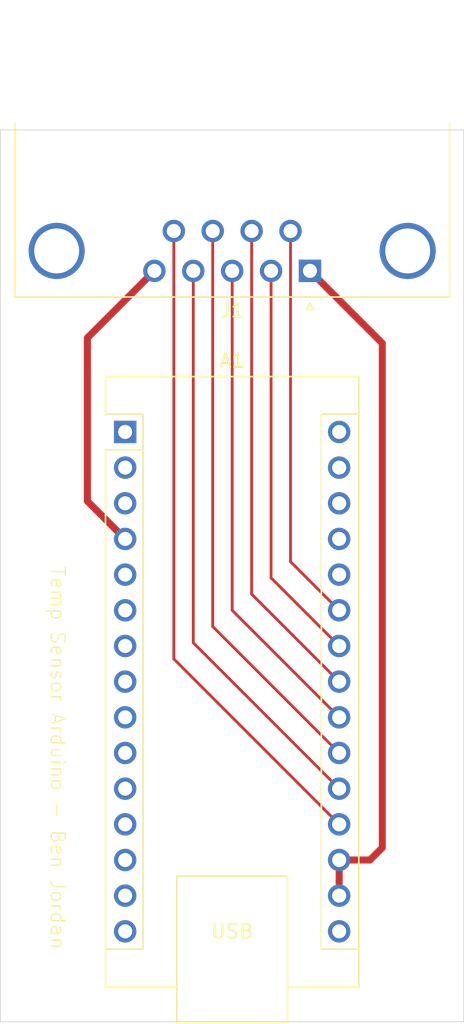
<source format=kicad_pcb>
(kicad_pcb (version 20240108) (generator "pcbnew") (generator_version "8.0")
  (layers (0 "F.Cu" signal) (31 "B.Cu" signal) (34 "B.Paste" user) (35 "F.Paste" user) (36 "B.SilkS" user "B.Silkscreen") (37 "F.SilkS" user "F.Silkscreen") (38 "B.Mask" user) (39 "F.Mask" user) (44 "Edge.Cuts" user))
  (net 0 "")
  (net 4 "Net-(A1-SDA{slash}A4)")
  (net 5 "Net-(A1-GND-Pad29)")
  (net 11 "Net-(A1-3V3)")
  (net 14 "Net-(A1-A3)")
  (net 15 "Net-(A1-A6)")
  (net 24 "Net-(A1-SCL{slash}A5)")
  (net 27 "Net-(A1-A0)")
  (net 28 "Net-(A1-A1)")
  (net 29 "Net-(A1-A2)")
  (footprint "Module:Arduino_Nano" (layer "F.Cu") (at 147.89 84)
    (property "Reference" "A1" (at 7.62 -5.08 0) (layer "F.SilkS"))
    (property "Value" "Arduino_Nano_Every" (hide yes))
    (fp_line (start -1.4 -3.94) (end -1.4 -1.27) (stroke (width 0.12)) (layer "F.SilkS"))
    (fp_line (start -1.4 1.27) (end -1.4 39.5) (stroke (width 0.12)) (layer "F.SilkS"))
    (fp_line (start -1.4 39.5) (end 3.68 39.5) (stroke (width 0.12)) (layer "F.SilkS"))
    (fp_line (start 1.27 -1.27) (end -1.4 -1.27) (stroke (width 0.12)) (layer "F.SilkS"))
    (fp_line (start 1.27 1.27) (end -1.4 1.27) (stroke (width 0.12)) (layer "F.SilkS"))
    (fp_line (start 1.27 1.27) (end 1.27 -1.27) (stroke (width 0.12)) (layer "F.SilkS"))
    (fp_line (start 1.27 1.27) (end 1.27 36.83) (stroke (width 0.12)) (layer "F.SilkS"))
    (fp_line (start 1.27 36.83) (end -1.4 36.83) (stroke (width 0.12)) (layer "F.SilkS"))
    (fp_line (start 3.68 31.62) (end 11.56 31.62) (stroke (width 0.12)) (layer "F.SilkS"))
    (fp_line (start 3.68 42.04) (end 3.68 31.62) (stroke (width 0.12)) (layer "F.SilkS"))
    (fp_line (start 11.56 31.62) (end 11.56 42.04) (stroke (width 0.12)) (layer "F.SilkS"))
    (fp_line (start 11.56 42.04) (end 3.68 42.04) (stroke (width 0.12)) (layer "F.SilkS"))
    (fp_line (start 13.97 -1.27) (end 13.97 36.83) (stroke (width 0.12)) (layer "F.SilkS"))
    (fp_line (start 13.97 -1.27) (end 16.64 -1.27) (stroke (width 0.12)) (layer "F.SilkS"))
    (fp_line (start 13.97 36.83) (end 16.64 36.83) (stroke (width 0.12)) (layer "F.SilkS"))
    (fp_line (start 16.64 -3.94) (end -1.4 -3.94) (stroke (width 0.12)) (layer "F.SilkS"))
    (fp_line (start 16.64 39.5) (end 11.56 39.5) (stroke (width 0.12)) (layer "F.SilkS"))
    (fp_line (start 16.64 39.5) (end 16.64 -3.94) (stroke (width 0.12)) (layer "F.SilkS"))
    (fp_text user "USB" (at 7.62 35.56 0) (layer "F.SilkS"))
    (pad "1" thru_hole rect (at 0 0) (size 1.6 1.6) (drill 1) (layers "*.Cu" "*.Mask"))
    (pad "2" thru_hole oval (at 0 2.54) (size 1.6 1.6) (drill 1) (layers "*.Cu" "*.Mask"))
    (pad "3" thru_hole oval (at 0 5.08) (size 1.6 1.6) (drill 1) (layers "*.Cu" "*.Mask"))
    (pad "4" thru_hole oval (at 0 7.62) (size 1.6 1.6) (drill 1) (layers "*.Cu" "*.Mask") (net 5 "Net-(A1-GND-Pad29)"))
    (pad "5" thru_hole oval (at 0 10.16) (size 1.6 1.6) (drill 1) (layers "*.Cu" "*.Mask"))
    (pad "6" thru_hole oval (at 0 12.7) (size 1.6 1.6) (drill 1) (layers "*.Cu" "*.Mask"))
    (pad "7" thru_hole oval (at 0 15.24) (size 1.6 1.6) (drill 1) (layers "*.Cu" "*.Mask"))
    (pad "8" thru_hole oval (at 0 17.78) (size 1.6 1.6) (drill 1) (layers "*.Cu" "*.Mask"))
    (pad "9" thru_hole oval (at 0 20.32) (size 1.6 1.6) (drill 1) (layers "*.Cu" "*.Mask"))
    (pad "10" thru_hole oval (at 0 22.86) (size 1.6 1.6) (drill 1) (layers "*.Cu" "*.Mask"))
    (pad "11" thru_hole oval (at 0 25.4) (size 1.6 1.6) (drill 1) (layers "*.Cu" "*.Mask"))
    (pad "12" thru_hole oval (at 0 27.94) (size 1.6 1.6) (drill 1) (layers "*.Cu" "*.Mask"))
    (pad "13" thru_hole oval (at 0 30.48) (size 1.6 1.6) (drill 1) (layers "*.Cu" "*.Mask"))
    (pad "14" thru_hole oval (at 0 33.02) (size 1.6 1.6) (drill 1) (layers "*.Cu" "*.Mask"))
    (pad "15" thru_hole oval (at 0 35.56) (size 1.6 1.6) (drill 1) (layers "*.Cu" "*.Mask"))
    (pad "16" thru_hole oval (at 15.24 35.56) (size 1.6 1.6) (drill 1) (layers "*.Cu" "*.Mask"))
    (pad "17" thru_hole oval (at 15.24 33.02) (size 1.6 1.6) (drill 1) (layers "*.Cu" "*.Mask") (net 11 "Net-(A1-3V3)"))
    (pad "18" thru_hole oval (at 15.24 30.48) (size 1.6 1.6) (drill 1) (layers "*.Cu" "*.Mask") (net 11 "Net-(A1-3V3)"))
    (pad "19" thru_hole oval (at 15.24 27.94) (size 1.6 1.6) (drill 1) (layers "*.Cu" "*.Mask") (net 27 "Net-(A1-A0)"))
    (pad "20" thru_hole oval (at 15.24 25.4) (size 1.6 1.6) (drill 1) (layers "*.Cu" "*.Mask") (net 28 "Net-(A1-A1)"))
    (pad "21" thru_hole oval (at 15.24 22.86) (size 1.6 1.6) (drill 1) (layers "*.Cu" "*.Mask") (net 29 "Net-(A1-A2)"))
    (pad "22" thru_hole oval (at 15.24 20.32) (size 1.6 1.6) (drill 1) (layers "*.Cu" "*.Mask") (net 14 "Net-(A1-A3)"))
    (pad "23" thru_hole oval (at 15.24 17.78) (size 1.6 1.6) (drill 1) (layers "*.Cu" "*.Mask") (net 4 "Net-(A1-SDA{slash}A4)"))
    (pad "24" thru_hole oval (at 15.24 15.24) (size 1.6 1.6) (drill 1) (layers "*.Cu" "*.Mask") (net 24 "Net-(A1-SCL{slash}A5)"))
    (pad "25" thru_hole oval (at 15.24 12.7) (size 1.6 1.6) (drill 1) (layers "*.Cu" "*.Mask") (net 15 "Net-(A1-A6)"))
    (pad "26" thru_hole oval (at 15.24 10.16) (size 1.6 1.6) (drill 1) (layers "*.Cu" "*.Mask"))
    (pad "27" thru_hole oval (at 15.24 7.62) (size 1.6 1.6) (drill 1) (layers "*.Cu" "*.Mask"))
    (pad "28" thru_hole oval (at 15.24 5.08) (size 1.6 1.6) (drill 1) (layers "*.Cu" "*.Mask"))
    (pad "29" thru_hole oval (at 15.24 2.54) (size 1.6 1.6) (drill 1) (layers "*.Cu" "*.Mask") (net 5 "Net-(A1-GND-Pad29)"))
    (pad "30" thru_hole oval (at 15.24 0) (size 1.6 1.6) (drill 1) (layers "*.Cu" "*.Mask"))
  )
  (footprint "Connector_Dsub:DSUB-9_Male_Horizontal_P2.77x2.84mm_EdgePinOffset7.70mm_Housed_MountingHolesOffset9.12mm" (layer "F.Cu") (at 161.05 72.530331 180)
    (property "Reference" "J1" (at 5.54 -2.8 180) (layer "F.SilkS"))
    (property "Value" "DE9_Plug_MountingHoles")
    (fp_line (start 21.025 -1.86) (end 21.025 10.48) (stroke (width 0.12)) (layer "F.SilkS"))
    (fp_line (start 0.25 -2.754338) (end 0 -2.321325) (stroke (width 0.12)) (layer "F.SilkS"))
    (fp_line (start 0 -2.321325) (end -0.25 -2.754338) (stroke (width 0.12)) (layer "F.SilkS"))
    (fp_line (start -0.25 -2.754338) (end 0.25 -2.754338) (stroke (width 0.12)) (layer "F.SilkS"))
    (fp_line (start -9.945 10.48) (end -9.945 -1.86) (stroke (width 0.12)) (layer "F.SilkS"))
    (fp_line (start -9.945 -1.86) (end 21.025 -1.86) (stroke (width 0.12)) (layer "F.SilkS"))
    (pad "0" thru_hole circle (at -6.96 1.42 180) (size 4 4) (drill 3.2) (layers "*.Cu" "*.Mask"))
    (pad "0" thru_hole circle (at 18.04 1.42 180) (size 4 4) (drill 3.2) (layers "*.Cu" "*.Mask"))
    (pad "1" thru_hole rect (at 0 0 180) (size 1.6 1.6) (drill 1) (layers "*.Cu" "*.Mask") (net 11 "Net-(A1-3V3)"))
    (pad "2" thru_hole circle (at 2.77 0 180) (size 1.6 1.6) (drill 1) (layers "*.Cu" "*.Mask") (net 24 "Net-(A1-SCL{slash}A5)"))
    (pad "3" thru_hole circle (at 5.54 0 180) (size 1.6 1.6) (drill 1) (layers "*.Cu" "*.Mask") (net 14 "Net-(A1-A3)"))
    (pad "4" thru_hole circle (at 8.31 0 180) (size 1.6 1.6) (drill 1) (layers "*.Cu" "*.Mask") (net 28 "Net-(A1-A1)"))
    (pad "5" thru_hole circle (at 11.08 0 180) (size 1.6 1.6) (drill 1) (layers "*.Cu" "*.Mask") (net 5 "Net-(A1-GND-Pad29)"))
    (pad "6" thru_hole circle (at 1.385 2.84 180) (size 1.6 1.6) (drill 1) (layers "*.Cu" "*.Mask") (net 15 "Net-(A1-A6)"))
    (pad "7" thru_hole circle (at 4.155 2.84 180) (size 1.6 1.6) (drill 1) (layers "*.Cu" "*.Mask") (net 4 "Net-(A1-SDA{slash}A4)"))
    (pad "8" thru_hole circle (at 6.925 2.84 180) (size 1.6 1.6) (drill 1) (layers "*.Cu" "*.Mask") (net 29 "Net-(A1-A2)"))
    (pad "9" thru_hole circle (at 9.695 2.84 180) (size 1.6 1.6) (drill 1) (layers "*.Cu" "*.Mask") (net 27 "Net-(A1-A0)"))
  )
  (gr_rect (start 139 62.5) (end 172 126) (stroke (width 0.05)) (fill none) (layer "Edge.Cuts"))
  (gr_text "Temp Sensor Arduino - Ben Jordan" (at 142.5 93.5 -90) (layer "F.SilkS") (effects (font (size 1 1) (thickness 0.1)) (justify left bottom)))
  (segment (start 156.895 69.690331) (end 156.895 95.545) (width 0.2) (layer "F.Cu") (net 4))
  (segment (start 156.895 69.690331) (end 156.8 69.785331) (width 0.2) (layer "F.Cu") (net 4))
  (segment (start 156.895 95.545) (end 163.13 101.78) (width 0.2) (layer "F.Cu") (net 4))
  (segment (start 145.2 88.93) (end 147.89 91.62) (width 0.5) (layer "F.Cu") (net 5))
  (segment (start 145.2 77.300331) (end 145.2 88.93) (width 0.5) (layer "F.Cu") (net 5))
  (segment (start 149.97 72.530331) (end 145.2 77.300331) (width 0.5) (layer "F.Cu") (net 5))
  (segment (start 166.2 77.680331) (end 166.2 113.605) (width 0.5) (layer "F.Cu") (net 11))
  (segment (start 165.325 114.48) (end 163.13 114.48) (width 0.5) (layer "F.Cu") (net 11))
  (segment (start 163.13 117.02) (end 163.13 114.48) (width 0.5) (layer "F.Cu") (net 11))
  (segment (start 161.05 72.530331) (end 166.2 77.680331) (width 0.5) (layer "F.Cu") (net 11))
  (segment (start 166.2 113.605) (end 165.325 114.48) (width 0.5) (layer "F.Cu") (net 11))
  (segment (start 155.51 72.530331) (end 155.51 96.7) (width 0.2) (layer "F.Cu") (net 14))
  (segment (start 155.51 96.7) (end 163.13 104.32) (width 0.2) (layer "F.Cu") (net 14))
  (segment (start 155.51 72.830331) (end 155.49 72.850331) (width 0.2) (layer "F.Cu") (net 14))
  (segment (start 159.665 69.690331) (end 159.665 93.235) (width 0.2) (layer "F.Cu") (net 15))
  (segment (start 159.665 93.235) (end 163.13 96.7) (width 0.2) (layer "F.Cu") (net 15))
  (segment (start 159.665 69.990331) (end 159.6 70.055331) (width 0.2) (layer "F.Cu") (net 15))
  (segment (start 158.28 72.530331) (end 158.28 94.39) (width 0.2) (layer "F.Cu") (net 24))
  (segment (start 158.28 94.39) (end 163.13 99.24) (width 0.2) (layer "F.Cu") (net 24))
  (segment (start 151.572666 69.772665) (end 151.355 69.990331) (width 0.2) (layer "F.Cu") (net 27))
  (segment (start 151.355 69.690331) (end 151.355 100.165) (width 0.2) (layer "F.Cu") (net 27))
  (segment (start 151.355 100.165) (end 163.13 111.94) (width 0.2) (layer "F.Cu") (net 27))
  (segment (start 152.74 99.01) (end 163.13 109.4) (width 0.2) (layer "F.Cu") (net 28))
  (segment (start 152.74 72.530331) (end 152.74 99.01) (width 0.2) (layer "F.Cu") (net 28))
  (segment (start 154.125 69.690331) (end 154.125 97.855) (width 0.2) (layer "F.Cu") (net 29))
  (segment (start 154.125 97.855) (end 163.13 106.86) (width 0.2) (layer "F.Cu") (net 29))
  (segment (start 154.325 69.790331) (end 154.125 69.990331) (width 0.2) (layer "F.Cu") (net 29))
)
</source>
